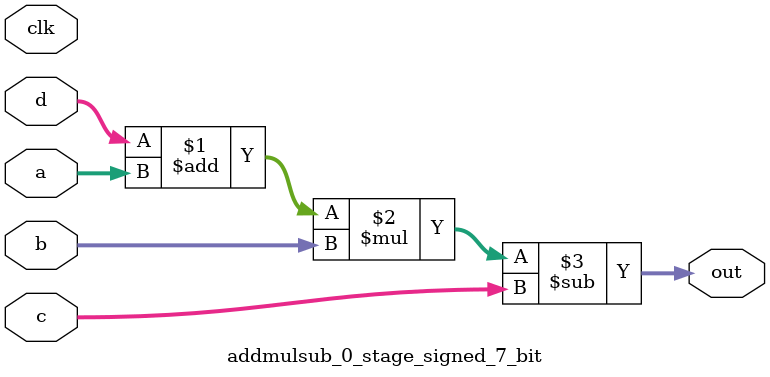
<source format=sv>
(* use_dsp = "yes" *) module addmulsub_0_stage_signed_7_bit(
	input signed [6:0] a,
	input signed [6:0] b,
	input signed [6:0] c,
	input signed [6:0] d,
	output [6:0] out,
	input clk);

	assign out = ((d + a) * b) - c;
endmodule

</source>
